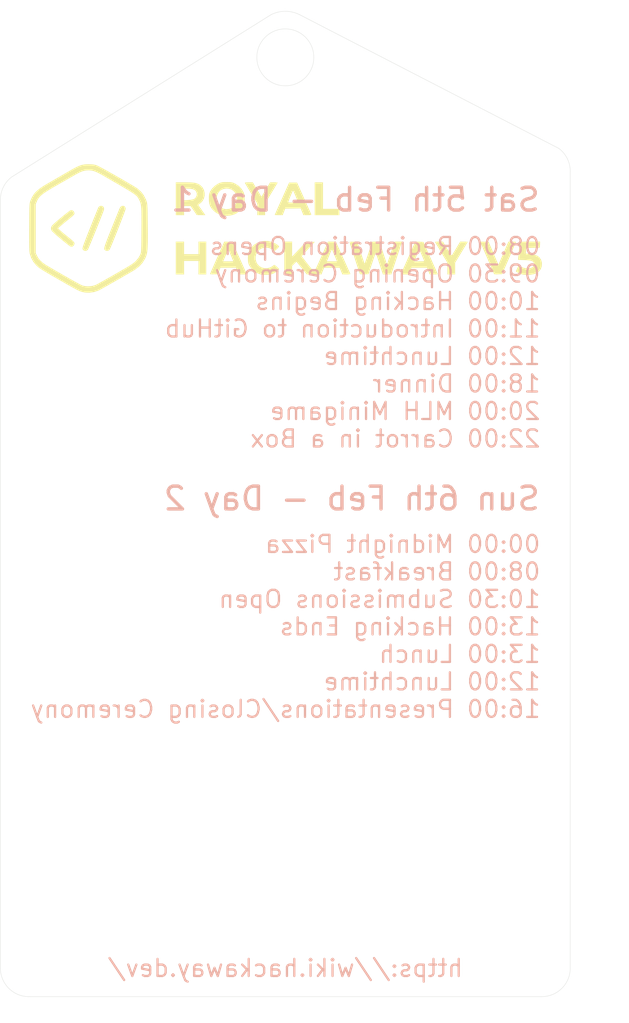
<source format=kicad_pcb>
(kicad_pcb (version 20171130) (host pcbnew "(5.1.9)-1")

  (general
    (thickness 1.6)
    (drawings 18)
    (tracks 0)
    (zones 0)
    (modules 1)
    (nets 1)
  )

  (page A4 portrait)
  (title_block
    (title "Royal Hackaway V5")
    (date 2021-02-09)
    (rev 0.0.1)
    (company "Computing Society, Royal Holloway, University of London")
    (comment 1 "This document is scratch and sniff enabled - Scratch [HERE] to smell!")
  )

  (layers
    (0 F.Cu signal)
    (31 B.Cu signal hide)
    (32 B.Adhes user hide)
    (33 F.Adhes user hide)
    (34 B.Paste user hide)
    (35 F.Paste user hide)
    (36 B.SilkS user hide)
    (37 F.SilkS user)
    (38 B.Mask user hide)
    (39 F.Mask user hide)
    (40 Dwgs.User user)
    (41 Cmts.User user hide)
    (42 Eco1.User user hide)
    (43 Eco2.User user hide)
    (44 Edge.Cuts user)
    (45 Margin user hide)
    (46 B.CrtYd user hide)
    (47 F.CrtYd user hide)
    (48 B.Fab user hide)
    (49 F.Fab user hide)
  )

  (setup
    (last_trace_width 0.25)
    (trace_clearance 0.2)
    (zone_clearance 0.508)
    (zone_45_only no)
    (trace_min 0.2)
    (via_size 0.8)
    (via_drill 0.4)
    (via_min_size 0.4)
    (via_min_drill 0.3)
    (uvia_size 0.3)
    (uvia_drill 0.1)
    (uvias_allowed no)
    (uvia_min_size 0.2)
    (uvia_min_drill 0.1)
    (edge_width 0.05)
    (segment_width 0.2)
    (pcb_text_width 0.3)
    (pcb_text_size 1.5 1.5)
    (mod_edge_width 0.12)
    (mod_text_size 1 1)
    (mod_text_width 0.15)
    (pad_size 1.524 1.524)
    (pad_drill 0.762)
    (pad_to_mask_clearance 0)
    (aux_axis_origin 0 0)
    (grid_origin 100 60)
    (visible_elements 7FFFFFFF)
    (pcbplotparams
      (layerselection 0x010fc_ffffffff)
      (usegerberextensions false)
      (usegerberattributes true)
      (usegerberadvancedattributes true)
      (creategerberjobfile true)
      (excludeedgelayer true)
      (linewidth 0.100000)
      (plotframeref false)
      (viasonmask false)
      (mode 1)
      (useauxorigin false)
      (hpglpennumber 1)
      (hpglpenspeed 20)
      (hpglpendiameter 15.000000)
      (psnegative false)
      (psa4output false)
      (plotreference true)
      (plotvalue true)
      (plotinvisibletext false)
      (padsonsilk false)
      (subtractmaskfromsilk false)
      (outputformat 4)
      (mirror false)
      (drillshape 0)
      (scaleselection 1)
      (outputdirectory "./"))
  )

  (net 0 "")

  (net_class Default "This is the default net class."
    (clearance 0.2)
    (trace_width 0.25)
    (via_dia 0.8)
    (via_drill 0.4)
    (uvia_dia 0.3)
    (uvia_drill 0.1)
  )

  (module hackaway:v5 (layer F.Cu) (tedit 0) (tstamp 616E12CD)
    (at 100 100)
    (fp_text reference G*** (at 0 0) (layer F.SilkS) hide
      (effects (font (size 1.524 1.524) (thickness 0.3)))
    )
    (fp_text value LOGO (at 0.75 0) (layer F.SilkS) hide
      (effects (font (size 1.524 1.524) (thickness 0.3)))
    )
    (fp_poly (pts (xy -34.050203 -11.205608) (xy -33.714137 -11.180933) (xy -33.439746 -11.131688) (xy -33.173306 -11.049819)
      (xy -33.02 -10.991656) (xy -32.828872 -10.902424) (xy -32.51176 -10.73835) (xy -32.088465 -10.510738)
      (xy -31.578787 -10.230891) (xy -31.002526 -9.910115) (xy -30.379481 -9.559711) (xy -29.729452 -9.190984)
      (xy -29.07224 -8.815239) (xy -28.427644 -8.443778) (xy -27.815463 -8.087906) (xy -27.255499 -7.758927)
      (xy -26.76755 -7.468144) (xy -26.371417 -7.226861) (xy -26.0869 -7.046382) (xy -25.973898 -6.969004)
      (xy -25.349433 -6.422183) (xy -24.851043 -5.777902) (xy -24.466551 -5.018989) (xy -24.334365 -4.656666)
      (xy -24.297214 -4.529523) (xy -24.266151 -4.38296) (xy -24.240461 -4.200533) (xy -24.219427 -3.965799)
      (xy -24.202331 -3.662312) (xy -24.188458 -3.273629) (xy -24.177092 -2.783306) (xy -24.167514 -2.174899)
      (xy -24.15901 -1.431962) (xy -24.150863 -0.538053) (xy -24.149904 -0.423333) (xy -24.142476 0.610303)
      (xy -24.139642 1.490917) (xy -24.142792 2.234786) (xy -24.15332 2.858192) (xy -24.172615 3.377414)
      (xy -24.202071 3.808731) (xy -24.243079 4.168423) (xy -24.29703 4.472771) (xy -24.365316 4.738054)
      (xy -24.44933 4.980551) (xy -24.550462 5.216542) (xy -24.649567 5.42147) (xy -25.078074 6.111796)
      (xy -25.636814 6.721746) (xy -26.339629 7.265524) (xy -26.61539 7.438768) (xy -27.027808 7.683121)
      (xy -27.521462 7.97221) (xy -28.077201 8.295118) (xy -28.675871 8.640931) (xy -29.298319 8.998731)
      (xy -29.925392 9.357603) (xy -30.537937 9.706631) (xy -31.116802 10.034898) (xy -31.642833 10.331489)
      (xy -32.096878 10.585487) (xy -32.459783 10.785977) (xy -32.712397 10.922042) (xy -32.828756 10.980033)
      (xy -33.585568 11.22279) (xy -34.372224 11.333457) (xy -35.143024 11.308188) (xy -35.621425 11.215028)
      (xy -35.80204 11.162241) (xy -35.988439 11.096887) (xy -36.196997 11.010463) (xy -36.444085 10.894467)
      (xy -36.746077 10.740398) (xy -37.119346 10.539753) (xy -37.580264 10.28403) (xy -38.145204 9.964727)
      (xy -38.83054 9.573342) (xy -39.285334 9.31244) (xy -40.134186 8.824625) (xy -40.849747 8.41223)
      (xy -41.445749 8.06667) (xy -41.935926 7.779355) (xy -42.334012 7.5417) (xy -42.65374 7.345118)
      (xy -42.908843 7.18102) (xy -43.113055 7.04082) (xy -43.28011 6.915932) (xy -43.423741 6.797767)
      (xy -43.557682 6.677739) (xy -43.672916 6.569035) (xy -44.198392 5.952813) (xy -44.597202 5.240819)
      (xy -44.850404 4.467935) (xy -44.872492 4.360334) (xy -44.898165 4.14622) (xy -44.918476 3.797716)
      (xy -44.933512 3.309084) (xy -44.943359 2.674586) (xy -44.948104 1.888481) (xy -44.947834 0.945033)
      (xy -44.942634 -0.161497) (xy -44.942029 -0.254) (xy -44.935659 -1.193285) (xy -44.929622 -1.979017)
      (xy -44.923134 -2.626974) (xy -44.915406 -3.152931) (xy -44.905654 -3.572665) (xy -44.893091 -3.901954)
      (xy -44.87693 -4.156575) (xy -44.873317 -4.191) (xy -43.815 -4.191) (xy -43.815 4.360334)
      (xy -43.589753 4.840829) (xy -43.347751 5.2738) (xy -43.039254 5.661772) (xy -42.638376 6.029481)
      (xy -42.119232 6.401663) (xy -41.660072 6.684889) (xy -40.811971 7.181659) (xy -39.979587 7.665119)
      (xy -39.177334 8.127171) (xy -38.419623 8.559714) (xy -37.720868 8.954651) (xy -37.095481 9.303881)
      (xy -36.557876 9.599305) (xy -36.122465 9.832825) (xy -35.803662 9.99634) (xy -35.615879 10.081752)
      (xy -35.613965 10.082459) (xy -35.110251 10.200168) (xy -34.530802 10.229661) (xy -33.942564 10.17391)
      (xy -33.412484 10.03589) (xy -33.274 9.978514) (xy -33.099459 9.889725) (xy -32.796808 9.726489)
      (xy -32.384522 9.499141) (xy -31.881073 9.218014) (xy -31.304933 8.893441) (xy -30.674576 8.535757)
      (xy -30.008474 8.155295) (xy -29.760334 8.012933) (xy -28.991728 7.570349) (xy -28.355103 7.200693)
      (xy -27.834827 6.893929) (xy -27.415264 6.640021) (xy -27.080781 6.428931) (xy -26.815742 6.250624)
      (xy -26.604513 6.095063) (xy -26.431461 5.952211) (xy -26.280949 5.812033) (xy -26.192743 5.722736)
      (xy -25.762347 5.208426) (xy -25.485376 4.715261) (xy -25.473861 4.687168) (xy -25.426892 4.567074)
      (xy -25.387826 4.450837) (xy -25.355808 4.322069) (xy -25.329982 4.164385) (xy -25.309492 3.961395)
      (xy -25.293483 3.696714) (xy -25.281099 3.353953) (xy -25.271485 2.916725) (xy -25.263784 2.368643)
      (xy -25.257141 1.69332) (xy -25.2507 0.874368) (xy -25.246803 0.338667) (xy -25.240473 -0.65658)
      (xy -25.237881 -1.49875) (xy -25.240326 -2.204081) (xy -25.249111 -2.788812) (xy -25.265537 -3.269181)
      (xy -25.290906 -3.661426) (xy -25.326519 -3.981787) (xy -25.373677 -4.246502) (xy -25.433683 -4.471809)
      (xy -25.507836 -4.673947) (xy -25.59744 -4.869154) (xy -25.67648 -5.022505) (xy -25.756674 -5.173376)
      (xy -25.833192 -5.308468) (xy -25.916329 -5.434693) (xy -26.016382 -5.558961) (xy -26.143646 -5.688182)
      (xy -26.308419 -5.829269) (xy -26.520995 -5.98913) (xy -26.791672 -6.174677) (xy -27.130746 -6.392821)
      (xy -27.548512 -6.650472) (xy -28.055267 -6.954542) (xy -28.661307 -7.31194) (xy -29.376928 -7.729578)
      (xy -30.212427 -8.214366) (xy -31.1781 -8.773215) (xy -31.803766 -9.135089) (xy -32.419319 -9.482716)
      (xy -32.923487 -9.745279) (xy -33.34457 -9.933432) (xy -33.710868 -10.057826) (xy -34.050682 -10.129117)
      (xy -34.392313 -10.157956) (xy -34.526518 -10.16) (xy -34.9459 -10.141133) (xy -35.334486 -10.075889)
      (xy -35.731071 -9.951302) (xy -36.174453 -9.75441) (xy -36.703429 -9.472245) (xy -36.872334 -9.376095)
      (xy -37.1897 -9.193789) (xy -37.625414 -8.943787) (xy -38.150851 -8.642498) (xy -38.737389 -8.30633)
      (xy -39.356403 -7.951692) (xy -39.979271 -7.59499) (xy -40.089667 -7.531786) (xy -40.880956 -7.073606)
      (xy -41.536635 -6.68039) (xy -42.071838 -6.339964) (xy -42.501699 -6.040152) (xy -42.84135 -5.768779)
      (xy -43.105924 -5.51367) (xy -43.310555 -5.26265) (xy -43.470377 -5.003544) (xy -43.600521 -4.724177)
      (xy -43.610743 -4.699) (xy -43.815 -4.191) (xy -44.873317 -4.191) (xy -44.856385 -4.352303)
      (xy -44.83067 -4.504916) (xy -44.798998 -4.630191) (xy -44.760583 -4.743904) (xy -44.71464 -4.861832)
      (xy -44.712046 -4.868333) (xy -44.479364 -5.386573) (xy -44.211255 -5.842493) (xy -43.887075 -6.256335)
      (xy -43.486178 -6.648341) (xy -42.98792 -7.038753) (xy -42.371657 -7.447813) (xy -41.635061 -7.885305)
      (xy -41.144096 -8.16682) (xy -40.551531 -8.508195) (xy -39.90187 -8.883694) (xy -39.239619 -9.26758)
      (xy -38.609284 -9.634117) (xy -38.411165 -9.749621) (xy -37.712835 -10.153334) (xy -37.134635 -10.476221)
      (xy -36.653032 -10.727096) (xy -36.244494 -10.914771) (xy -35.88549 -11.04806) (xy -35.552487 -11.135775)
      (xy -35.221952 -11.18673) (xy -34.870355 -11.209737) (xy -34.501667 -11.213766) (xy -34.050203 -11.205608)) (layer F.SilkS) (width 0.01))
    (fp_poly (pts (xy -3.009009 2.273891) (xy -2.340919 2.429114) (xy -1.702874 2.722879) (xy -1.375834 2.943265)
      (xy -1.202666 3.093509) (xy -1.10718 3.212113) (xy -1.100667 3.234799) (xy -1.15911 3.330493)
      (xy -1.311343 3.497998) (xy -1.496187 3.67492) (xy -1.891707 4.033007) (xy -2.297115 3.760188)
      (xy -2.796506 3.508247) (xy -3.292715 3.40764) (xy -3.768313 3.441511) (xy -4.205872 3.593003)
      (xy -4.587964 3.845261) (xy -4.89716 4.181426) (xy -5.116033 4.584644) (xy -5.227154 5.038056)
      (xy -5.213095 5.524808) (xy -5.056428 6.028042) (xy -4.913036 6.290296) (xy -4.589409 6.65267)
      (xy -4.172002 6.901315) (xy -3.695757 7.03252) (xy -3.195617 7.042573) (xy -2.706527 6.927765)
      (xy -2.263428 6.684383) (xy -2.143279 6.584454) (xy -2.011788 6.475968) (xy -1.911263 6.465495)
      (xy -1.765808 6.553325) (xy -1.719946 6.58608) (xy -1.484833 6.777041) (xy -1.275873 6.977293)
      (xy -1.070079 7.197807) (xy -1.315626 7.454103) (xy -1.532752 7.636403) (xy -1.827231 7.829899)
      (xy -2.026598 7.938111) (xy -2.28751 8.052523) (xy -2.538168 8.124148) (xy -2.835967 8.164127)
      (xy -3.2383 8.183601) (xy -3.299179 8.185158) (xy -3.684181 8.186783) (xy -4.033063 8.174808)
      (xy -4.29172 8.151633) (xy -4.365381 8.137904) (xy -4.941935 7.910798) (xy -5.487935 7.550063)
      (xy -5.961227 7.091003) (xy -6.319655 6.568924) (xy -6.377092 6.453059) (xy -6.471713 6.210217)
      (xy -6.528528 5.949593) (xy -6.555705 5.617903) (xy -6.561604 5.249334) (xy -6.554798 4.837487)
      (xy -6.527753 4.537816) (xy -6.470641 4.293483) (xy -6.373635 4.047652) (xy -6.342014 3.979334)
      (xy -5.983586 3.405526) (xy -5.515221 2.941056) (xy -4.960251 2.590791) (xy -4.342005 2.359596)
      (xy -3.683815 2.25234) (xy -3.009009 2.273891)) (layer F.SilkS) (width 0.01))
    (fp_poly (pts (xy 44.686873 2.899834) (xy 44.661666 3.429) (xy 43.462571 3.452446) (xy 42.263477 3.475892)
      (xy 42.206333 4.465536) (xy 42.91872 4.515627) (xy 43.60715 4.619185) (xy 44.162516 4.822847)
      (xy 44.583009 5.125223) (xy 44.866816 5.524922) (xy 45.01213 6.020552) (xy 45.024654 6.133942)
      (xy 45.000335 6.704611) (xy 44.83212 7.194267) (xy 44.528565 7.595599) (xy 44.098223 7.901297)
      (xy 43.549652 8.10405) (xy 42.891406 8.196548) (xy 42.605323 8.201137) (xy 42.241783 8.191571)
      (xy 41.921091 8.176224) (xy 41.697804 8.157923) (xy 41.656 8.151934) (xy 41.449386 8.094776)
      (xy 41.185916 7.995337) (xy 40.911232 7.874655) (xy 40.67098 7.753766) (xy 40.510805 7.653709)
      (xy 40.470666 7.605623) (xy 40.504901 7.505351) (xy 40.590714 7.307908) (xy 40.702769 7.066983)
      (xy 40.815731 6.836263) (xy 40.904263 6.669436) (xy 40.934213 6.623361) (xy 41.014784 6.643549)
      (xy 41.203552 6.719339) (xy 41.406085 6.809816) (xy 41.754977 6.942556) (xy 42.13523 7.045192)
      (xy 42.310837 7.075809) (xy 42.762607 7.08259) (xy 43.144385 6.993529) (xy 43.43513 6.824344)
      (xy 43.613799 6.590752) (xy 43.65935 6.30847) (xy 43.607882 6.106983) (xy 43.511709 5.939332)
      (xy 43.365421 5.815164) (xy 43.143885 5.726916) (xy 42.821966 5.667023) (xy 42.374532 5.627918)
      (xy 41.950075 5.608) (xy 40.847151 5.567193) (xy 40.991824 4.03243) (xy 41.038294 3.539327)
      (xy 41.079209 3.104921) (xy 41.11194 2.757138) (xy 41.13386 2.523904) (xy 41.142249 2.434167)
      (xy 41.224558 2.415322) (xy 41.451383 2.398701) (xy 41.79791 2.385184) (xy 42.239326 2.375652)
      (xy 42.75082 2.370988) (xy 42.93004 2.370667) (xy 44.71208 2.370667) (xy 44.686873 2.899834)) (layer F.SilkS) (width 0.01))
    (fp_poly (pts (xy -17.78 4.572) (xy -15.24 4.572) (xy -15.24 2.370667) (xy -13.885334 2.370667)
      (xy -13.885334 8.128) (xy -15.24 8.128) (xy -15.24 5.757334) (xy -17.78 5.757334)
      (xy -17.78 8.128) (xy -19.219334 8.128) (xy -19.219334 2.370667) (xy -17.78 2.370667)
      (xy -17.78 4.572)) (layer F.SilkS) (width 0.01))
    (fp_poly (pts (xy -10.003264 2.391692) (xy -9.296194 2.413) (xy -8.034764 5.236881) (xy -7.747019 5.881925)
      (xy -7.482331 6.476994) (xy -7.248373 7.004705) (xy -7.05282 7.44767) (xy -6.903348 7.788506)
      (xy -6.80763 8.009828) (xy -6.773341 8.094249) (xy -6.773334 8.094381) (xy -6.851455 8.109705)
      (xy -7.059655 8.121368) (xy -7.358688 8.127504) (xy -7.479539 8.128) (xy -8.185745 8.128)
      (xy -8.424334 7.535334) (xy -8.662923 6.942667) (xy -11.388979 6.942667) (xy -11.829903 8.085667)
      (xy -12.525841 8.110369) (xy -12.876852 8.117383) (xy -13.086505 8.105357) (xy -13.182083 8.070562)
      (xy -13.193723 8.019078) (xy -13.153892 7.917123) (xy -13.053097 7.678792) (xy -12.899307 7.322377)
      (xy -12.700491 6.86617) (xy -12.464618 6.328462) (xy -12.250124 5.842) (xy -10.911521 5.842)
      (xy -10.027761 5.842) (xy -9.663973 5.83934) (xy -9.372897 5.832149) (xy -9.189617 5.821612)
      (xy -9.144 5.812174) (xy -9.174552 5.726855) (xy -9.257472 5.517926) (xy -9.37966 5.217943)
      (xy -9.510295 4.902007) (xy -9.664492 4.530388) (xy -9.799423 4.203321) (xy -9.898768 3.960479)
      (xy -9.942108 3.852334) (xy -10.007628 3.683) (xy -10.07571 3.852334) (xy -10.134879 3.995778)
      (xy -10.243794 4.256579) (xy -10.386288 4.596118) (xy -10.527657 4.931834) (xy -10.911521 5.842)
      (xy -12.250124 5.842) (xy -12.199658 5.727546) (xy -11.938 5.136734) (xy -10.710334 2.370383)
      (xy -10.003264 2.391692)) (layer F.SilkS) (width 0.01))
    (fp_poly (pts (xy 5.16154 2.413) (xy 4.022822 3.640667) (xy 3.673801 4.019552) (xy 3.367766 4.356739)
      (xy 3.122245 4.632508) (xy 2.954764 4.827137) (xy 2.882849 4.920904) (xy 2.881386 4.925091)
      (xy 2.93065 5.006651) (xy 3.067512 5.195187) (xy 3.272708 5.466318) (xy 3.526976 5.795665)
      (xy 3.811052 6.158846) (xy 4.105674 6.531481) (xy 4.391579 6.889189) (xy 4.649502 7.20759)
      (xy 4.860183 7.462304) (xy 5.004356 7.628949) (xy 5.06064 7.683299) (xy 5.108102 7.613714)
      (xy 5.21514 7.406495) (xy 5.373519 7.079175) (xy 5.575002 6.649284) (xy 5.811355 6.134352)
      (xy 5.943359 5.842) (xy 7.27906 5.842) (xy 9.056862 5.842) (xy 8.895534 5.439834)
      (xy 8.729618 5.030477) (xy 8.564568 4.630619) (xy 8.413587 4.271431) (xy 8.289879 3.984083)
      (xy 8.206646 3.799748) (xy 8.178981 3.748093) (xy 8.136785 3.807633) (xy 8.048036 3.992378)
      (xy 7.927776 4.2698) (xy 7.848673 4.462435) (xy 7.699082 4.831779) (xy 7.556795 5.179966)
      (xy 7.444992 5.450382) (xy 7.413824 5.5245) (xy 7.27906 5.842) (xy 5.943359 5.842)
      (xy 6.074343 5.55191) (xy 6.303543 5.037466) (xy 7.484754 2.370667) (xy 8.86875 2.370667)
      (xy 10.128208 5.177613) (xy 10.417454 5.822489) (xy 10.684835 6.419069) (xy 10.922415 6.949609)
      (xy 11.122256 7.396367) (xy 11.276422 7.7416) (xy 11.376977 7.967567) (xy 11.415888 8.05628)
      (xy 11.351111 8.088624) (xy 11.153971 8.113389) (xy 10.861395 8.126727) (xy 10.727502 8.128)
      (xy 10.010893 8.128) (xy 9.767946 7.535609) (xy 9.525 6.943218) (xy 8.162542 6.942942)
      (xy 6.800085 6.942667) (xy 6.56756 7.535334) (xy 6.335036 8.128) (xy 3.767666 8.125692)
      (xy 3.005666 7.187529) (xy 2.718804 6.833978) (xy 2.459678 6.513928) (xy 2.252294 6.257081)
      (xy 2.120662 6.093136) (xy 2.0998 6.06685) (xy 1.955935 5.884334) (xy 1.570634 6.261795)
      (xy 1.185333 6.639257) (xy 1.185333 8.128) (xy -0.169334 8.128) (xy -0.169334 2.370667)
      (xy 1.185333 2.370667) (xy 1.185333 4.995919) (xy 2.057233 4.08546) (xy 2.403013 3.723511)
      (xy 2.742109 3.367015) (xy 3.04057 3.051766) (xy 3.264444 2.81356) (xy 3.306066 2.768854)
      (xy 3.683 2.362708) (xy 5.16154 2.413)) (layer F.SilkS) (width 0.01))
    (fp_poly (pts (xy 16.2496 2.373105) (xy 16.450552 2.388587) (xy 16.557526 2.429363) (xy 16.608202 2.507685)
      (xy 16.633056 2.6035) (xy 16.67405 2.750878) (xy 16.759513 3.031956) (xy 16.880918 3.41961)
      (xy 17.029737 3.886713) (xy 17.197444 4.40614) (xy 17.26332 4.60844) (xy 17.841739 6.380546)
      (xy 18.50802 4.375607) (xy 19.1743 2.370667) (xy 20.471936 2.370667) (xy 20.02992 3.7465)
      (xy 19.844092 4.321541) (xy 19.626285 4.990201) (xy 19.398395 5.685565) (xy 19.18232 6.340718)
      (xy 19.08793 6.625167) (xy 18.587956 8.128) (xy 17.129459 8.128) (xy 16.496843 6.201834)
      (xy 15.864227 4.275667) (xy 15.227781 6.180667) (xy 14.591334 8.085667) (xy 13.864305 8.110028)
      (xy 13.531229 8.113791) (xy 13.268194 8.102863) (xy 13.116705 8.079536) (xy 13.096895 8.067695)
      (xy 13.059734 7.970389) (xy 12.978524 7.735451) (xy 12.860663 7.385574) (xy 12.713549 6.943447)
      (xy 12.544582 6.431763) (xy 12.36116 5.873212) (xy 12.170682 5.290486) (xy 11.980546 4.706277)
      (xy 11.798152 4.143275) (xy 11.630898 3.624172) (xy 11.486183 3.171659) (xy 11.371405 2.808428)
      (xy 11.293963 2.55717) (xy 11.261256 2.440575) (xy 11.260666 2.436114) (xy 11.3386 2.405669)
      (xy 11.546054 2.387864) (xy 11.843506 2.385422) (xy 11.953521 2.388409) (xy 12.646377 2.413)
      (xy 13.248074 4.275667) (xy 13.421516 4.811969) (xy 13.578834 5.297241) (xy 13.71215 5.707278)
      (xy 13.813587 6.017878) (xy 13.875268 6.204835) (xy 13.889395 6.246194) (xy 13.925489 6.199627)
      (xy 14.006274 6.012115) (xy 14.124247 5.703807) (xy 14.271908 5.294848) (xy 14.441753 4.805383)
      (xy 14.590897 4.362361) (xy 15.252776 2.370667) (xy 15.916994 2.370667) (xy 16.2496 2.373105)) (layer F.SilkS) (width 0.01))
    (fp_poly (pts (xy 23.519304 2.390273) (xy 24.220941 2.413) (xy 25.487804 5.244506) (xy 25.776304 5.890006)
      (xy 26.041743 6.485224) (xy 26.276453 7.012868) (xy 26.472765 7.455641) (xy 26.623012 7.796248)
      (xy 26.719527 8.017395) (xy 26.754641 8.101787) (xy 26.754666 8.102006) (xy 26.676516 8.113809)
      (xy 26.468119 8.122813) (xy 26.168557 8.127589) (xy 26.042481 8.128) (xy 25.330297 8.128)
      (xy 25.097772 7.535334) (xy 24.865247 6.942667) (xy 23.50279 6.942942) (xy 22.140333 6.943218)
      (xy 21.897386 7.535609) (xy 21.65444 8.128) (xy 20.255977 8.128) (xy 21.272566 5.842)
      (xy 22.61569 5.842) (xy 23.508903 5.842) (xy 23.923231 5.837143) (xy 24.18939 5.820832)
      (xy 24.328313 5.79046) (xy 24.360932 5.74342) (xy 24.358548 5.736167) (xy 24.148103 5.229073)
      (xy 23.950849 4.761363) (xy 23.77678 4.356027) (xy 23.635894 4.036058) (xy 23.538187 3.824445)
      (xy 23.493655 3.744182) (xy 23.492492 3.744286) (xy 23.454227 3.82682) (xy 23.364283 4.03633)
      (xy 23.23523 4.343121) (xy 23.079637 4.717498) (xy 23.043567 4.804834) (xy 22.61569 5.842)
      (xy 21.272566 5.842) (xy 21.536821 5.247773) (xy 22.817666 2.367545) (xy 23.519304 2.390273)) (layer F.SilkS) (width 0.01))
    (fp_poly (pts (xy 28.39957 3.600176) (xy 28.645354 4.002118) (xy 28.864372 4.344008) (xy 29.041176 4.603016)
      (xy 29.160316 4.756315) (xy 29.203293 4.787812) (xy 29.267511 4.704276) (xy 29.401607 4.500173)
      (xy 29.589562 4.200867) (xy 29.815362 3.831723) (xy 29.979638 3.558303) (xy 30.688231 2.370667)
      (xy 31.346115 2.370667) (xy 31.655668 2.375268) (xy 31.886935 2.387471) (xy 31.999258 2.404873)
      (xy 32.004 2.409535) (xy 31.961849 2.489534) (xy 31.843281 2.694175) (xy 31.660123 3.003579)
      (xy 31.424201 3.397864) (xy 31.147344 3.857151) (xy 30.903333 4.259667) (xy 29.802666 6.070932)
      (xy 29.802666 8.128) (xy 28.448 8.128) (xy 28.448 6.079717) (xy 27.376784 4.288692)
      (xy 27.079558 3.791513) (xy 26.811217 3.34221) (xy 26.583998 2.96131) (xy 26.410138 2.669337)
      (xy 26.301874 2.486816) (xy 26.27112 2.434167) (xy 26.332917 2.405497) (xy 26.527451 2.38356)
      (xy 26.818163 2.371774) (xy 26.950135 2.370667) (xy 27.663598 2.370667) (xy 28.39957 3.600176)) (layer F.SilkS) (width 0.01))
    (fp_poly (pts (xy 40.123278 2.378199) (xy 40.353431 2.398166) (xy 40.464408 2.426636) (xy 40.468809 2.434167)
      (xy 40.435806 2.523876) (xy 40.342733 2.75097) (xy 40.197171 3.097599) (xy 40.006701 3.545917)
      (xy 39.778905 4.078075) (xy 39.521364 4.676224) (xy 39.255042 5.291667) (xy 38.043132 8.085667)
      (xy 37.35111 8.11027) (xy 37.008235 8.119339) (xy 36.796456 8.11101) (xy 36.677778 8.076895)
      (xy 36.614203 8.008607) (xy 36.584049 7.940937) (xy 36.533131 7.818416) (xy 36.423348 7.560443)
      (xy 36.26325 7.186901) (xy 36.061385 6.717672) (xy 35.826305 6.172641) (xy 35.566556 5.571691)
      (xy 35.390344 5.164667) (xy 35.121108 4.542907) (xy 34.87256 3.968432) (xy 34.652932 3.460312)
      (xy 34.47046 3.037616) (xy 34.333376 2.719413) (xy 34.249916 2.524773) (xy 34.228124 2.473052)
      (xy 34.242964 2.420194) (xy 34.355853 2.390636) (xy 34.591056 2.381462) (xy 34.932365 2.388386)
      (xy 35.680161 2.413) (xy 36.537627 4.431136) (xy 37.395094 6.449273) (xy 38.276713 4.409972)
      (xy 39.158333 2.370672) (xy 39.8145 2.370669) (xy 40.123278 2.378199)) (layer F.SilkS) (width 0.01))
    (fp_poly (pts (xy -9.865063 -8.082581) (xy -9.564529 -8.067172) (xy -9.333934 -8.030214) (xy -9.123594 -7.962479)
      (xy -8.883828 -7.854739) (xy -8.786844 -7.807389) (xy -8.179525 -7.416404) (xy -7.683744 -6.900866)
      (xy -7.356816 -6.368318) (xy -7.258536 -6.133943) (xy -7.198538 -5.889531) (xy -7.16805 -5.581883)
      (xy -7.158331 -5.164666) (xy -7.162081 -4.763234) (xy -7.184861 -4.474564) (xy -7.23686 -4.242317)
      (xy -7.328266 -4.010155) (xy -7.390912 -3.878572) (xy -7.682951 -3.421057) (xy -8.078798 -2.990518)
      (xy -8.529719 -2.632211) (xy -8.986977 -2.391393) (xy -8.996117 -2.387988) (xy -9.581981 -2.234287)
      (xy -10.229487 -2.166962) (xy -10.84973 -2.194874) (xy -10.884344 -2.199802) (xy -11.536239 -2.372291)
      (xy -12.131062 -2.692741) (xy -12.564395 -3.047349) (xy -12.939245 -3.45088) (xy -13.193222 -3.856706)
      (xy -13.344518 -4.30991) (xy -13.411321 -4.855576) (xy -13.415031 -5.010637) (xy -12.059013 -5.010637)
      (xy -11.970319 -4.528783) (xy -11.770419 -4.09138) (xy -11.458282 -3.73372) (xy -11.409615 -3.695081)
      (xy -10.925575 -3.42803) (xy -10.396527 -3.322557) (xy -9.834896 -3.380946) (xy -9.779 -3.395453)
      (xy -9.310017 -3.604221) (xy -8.93767 -3.931499) (xy -8.673149 -4.349605) (xy -8.527642 -4.830857)
      (xy -8.512335 -5.347572) (xy -8.638418 -5.872069) (xy -8.71097 -6.038086) (xy -8.999043 -6.447754)
      (xy -9.389134 -6.744829) (xy -9.850464 -6.921785) (xy -10.352256 -6.971094) (xy -10.863731 -6.885231)
      (xy -11.322389 -6.676684) (xy -11.66819 -6.369965) (xy -11.906916 -5.966522) (xy -12.037535 -5.501648)
      (xy -12.059013 -5.010637) (xy -13.415031 -5.010637) (xy -13.418718 -5.164666) (xy -13.413214 -5.568127)
      (xy -13.388716 -5.858919) (xy -13.334938 -6.09348) (xy -13.241595 -6.328251) (xy -13.185101 -6.446647)
      (xy -12.834413 -6.982327) (xy -12.353906 -7.451998) (xy -11.780196 -7.820827) (xy -11.69883 -7.860419)
      (xy -11.463513 -7.962443) (xy -11.248758 -8.028262) (xy -11.006141 -8.065591) (xy -10.687235 -8.082148)
      (xy -10.28522 -8.085666) (xy -9.865063 -8.082581)) (layer F.SilkS) (width 0.01))
    (fp_poly (pts (xy -16.9833 -8.037268) (xy -16.439342 -8.015649) (xy -16.008587 -7.973344) (xy -15.663134 -7.90522)
      (xy -15.375076 -7.806144) (xy -15.116511 -7.670983) (xy -14.917489 -7.537303) (xy -14.548814 -7.172486)
      (xy -14.299358 -6.72074) (xy -14.171532 -6.217124) (xy -14.167747 -5.696696) (xy -14.290415 -5.194516)
      (xy -14.541946 -4.745643) (xy -14.712458 -4.556265) (xy -14.925976 -4.365137) (xy -15.112992 -4.218209)
      (xy -15.179987 -4.175517) (xy -15.278037 -4.109334) (xy -15.271755 -4.027862) (xy -15.174647 -3.88935)
      (xy -15.058619 -3.731114) (xy -14.876148 -3.475887) (xy -14.657261 -3.16584) (xy -14.530329 -2.9845)
      (xy -14.043004 -2.286) (xy -14.789669 -2.288555) (xy -15.536334 -2.291109) (xy -16.080517 -3.092888)
      (xy -16.624701 -3.894666) (xy -17.78 -3.894666) (xy -17.78 -2.286) (xy -19.219334 -2.286)
      (xy -19.219334 -6.942666) (xy -17.78 -6.942666) (xy -17.78 -4.885602) (xy -17.025348 -4.934493)
      (xy -16.607134 -4.976562) (xy -16.252782 -5.04041) (xy -16.013317 -5.116681) (xy -16.002679 -5.121983)
      (xy -15.74181 -5.344105) (xy -15.57352 -5.661835) (xy -15.525834 -6.01423) (xy -15.540956 -6.125937)
      (xy -15.670295 -6.459132) (xy -15.905389 -6.699531) (xy -16.260172 -6.854431) (xy -16.748575 -6.931133)
      (xy -17.099948 -6.942666) (xy -17.78 -6.942666) (xy -19.219334 -6.942666) (xy -19.219334 -8.043333)
      (xy -17.668368 -8.043333) (xy -16.9833 -8.037268)) (layer F.SilkS) (width 0.01))
    (fp_poly (pts (xy -5.142233 -7.090833) (xy -4.909024 -6.700682) (xy -4.689086 -6.333633) (xy -4.506514 -6.029837)
      (xy -4.3854 -5.82945) (xy -4.381603 -5.823215) (xy -4.189586 -5.508097) (xy -3.428293 -6.774473)
      (xy -2.667 -8.040848) (xy -2.010834 -8.042091) (xy -1.701733 -8.037807) (xy -1.470967 -8.025335)
      (xy -1.359246 -8.007142) (xy -1.354667 -8.002308) (xy -1.396738 -7.921658) (xy -1.51509 -7.716284)
      (xy -1.69793 -7.406088) (xy -1.933466 -7.010972) (xy -2.209903 -6.550837) (xy -2.455334 -6.144745)
      (xy -3.556 -4.328207) (xy -3.556 -2.286) (xy -4.910667 -2.286) (xy -4.910667 -4.2881)
      (xy -5.979669 -6.059593) (xy -6.278382 -6.556132) (xy -6.548266 -7.007663) (xy -6.776799 -7.392996)
      (xy -6.951456 -7.690942) (xy -7.059715 -7.880313) (xy -7.089394 -7.93721) (xy -7.06618 -7.991726)
      (xy -6.931167 -8.025136) (xy -6.662538 -8.040902) (xy -6.420481 -8.043333) (xy -5.710846 -8.043333)
      (xy -5.142233 -7.090833)) (layer F.SilkS) (width 0.01))
    (fp_poly (pts (xy 3.273013 -5.291666) (xy 3.558244 -4.654389) (xy 3.822372 -4.062046) (xy 4.057115 -3.533383)
      (xy 4.25419 -3.087146) (xy 4.405314 -2.742081) (xy 4.502205 -2.516932) (xy 4.53563 -2.434166)
      (xy 4.542881 -2.361521) (xy 4.48682 -2.317328) (xy 4.336978 -2.294724) (xy 4.062888 -2.286844)
      (xy 3.879205 -2.286275) (xy 3.175 -2.286551) (xy 2.687424 -3.475423) (xy 1.332154 -3.452211)
      (xy -0.023116 -3.429) (xy -0.243736 -2.8575) (xy -0.464355 -2.286) (xy -1.163511 -2.286)
      (xy -1.483627 -2.289012) (xy -1.72667 -2.297035) (xy -1.853198 -2.308546) (xy -1.862667 -2.31297)
      (xy -1.829309 -2.393678) (xy -1.734349 -2.611596) (xy -1.585455 -2.949417) (xy -1.390297 -3.389837)
      (xy -1.156543 -3.915548) (xy -0.891863 -4.509244) (xy -0.87328 -4.550833) (xy 0.506035 -4.550833)
      (xy 0.584359 -4.518881) (xy 0.78791 -4.498167) (xy 1.073061 -4.488172) (xy 1.396183 -4.488376)
      (xy 1.713649 -4.498261) (xy 1.98183 -4.517305) (xy 2.157099 -4.544991) (xy 2.201333 -4.571022)
      (xy 2.170782 -4.683703) (xy 2.089139 -4.907733) (xy 1.971416 -5.207279) (xy 1.832629 -5.546509)
      (xy 1.68779 -5.88959) (xy 1.551913 -6.20069) (xy 1.440012 -6.443975) (xy 1.3671 -6.583614)
      (xy 1.349786 -6.603376) (xy 1.304618 -6.530562) (xy 1.213206 -6.335485) (xy 1.090238 -6.053874)
      (xy 0.950401 -5.721458) (xy 0.808382 -5.373966) (xy 0.678869 -5.047126) (xy 0.576548 -4.776666)
      (xy 0.516107 -4.598317) (xy 0.506035 -4.550833) (xy -0.87328 -4.550833) (xy -0.603925 -5.15362)
      (xy -0.596388 -5.17047) (xy 0.669892 -8.001) (xy 2.058178 -8.001) (xy 3.273013 -5.291666)) (layer F.SilkS) (width 0.01))
    (fp_poly (pts (xy 6.604 -3.386666) (xy 9.482666 -3.386666) (xy 9.482666 -2.286) (xy 5.164666 -2.286)
      (xy 5.164666 -8.043333) (xy 6.604 -8.043333) (xy 6.604 -3.386666)) (layer F.SilkS) (width 0.01))
    (fp_poly (pts (xy -32.134271 -3.89591) (xy -31.913571 -3.730925) (xy -31.812767 -3.47434) (xy -31.836044 -3.218114)
      (xy -31.897258 -3.038893) (xy -32.011252 -2.732946) (xy -32.170052 -2.320004) (xy -32.365683 -1.819798)
      (xy -32.590169 -1.252059) (xy -32.835536 -0.636516) (xy -33.093808 0.0071) (xy -33.357011 0.659058)
      (xy -33.61717 1.299628) (xy -33.866309 1.90908) (xy -34.096453 2.467682) (xy -34.299628 2.955705)
      (xy -34.467859 3.353418) (xy -34.59317 3.64109) (xy -34.667586 3.798991) (xy -34.681467 3.821565)
      (xy -34.929472 3.988138) (xy -35.219388 3.990992) (xy -35.28868 3.969171) (xy -35.468179 3.84008)
      (xy -35.570551 3.693656) (xy -35.58691 3.628712) (xy -35.583611 3.532415) (xy -35.555778 3.390843)
      (xy -35.498533 3.190075) (xy -35.406998 2.916191) (xy -35.276296 2.555268) (xy -35.10155 2.093387)
      (xy -34.877883 1.516625) (xy -34.600417 0.811061) (xy -34.264275 -0.037225) (xy -34.257089 -0.055318)
      (xy -33.964978 -0.789317) (xy -33.690607 -1.476015) (xy -33.440554 -2.099145) (xy -33.221398 -2.642437)
      (xy -33.039716 -3.089624) (xy -32.902088 -3.424437) (xy -32.815092 -3.630608) (xy -32.786727 -3.691492)
      (xy -32.575063 -3.86825) (xy -32.29972 -3.927583) (xy -32.134271 -3.89591)) (layer F.SilkS) (width 0.01))
    (fp_poly (pts (xy -28.392747 -3.909465) (xy -28.185229 -3.794841) (xy -28.052319 -3.577808) (xy -28.025964 -3.397726)
      (xy -28.05644 -3.276445) (xy -28.143239 -3.018342) (xy -28.278516 -2.6433) (xy -28.454426 -2.171203)
      (xy -28.663126 -1.621932) (xy -28.896772 -1.015372) (xy -29.147519 -0.371406) (xy -29.407524 0.290085)
      (xy -29.668942 0.949215) (xy -29.923929 1.586103) (xy -30.164642 2.180866) (xy -30.383235 2.713619)
      (xy -30.571866 3.164481) (xy -30.72269 3.513567) (xy -30.827862 3.740996) (xy -30.874507 3.822726)
      (xy -31.118318 3.98758) (xy -31.397605 3.989749) (xy -31.508613 3.946572) (xy -31.613887 3.889794)
      (xy -31.694785 3.825971) (xy -31.747653 3.741003) (xy -31.768838 3.620794) (xy -31.754687 3.451244)
      (xy -31.701546 3.218257) (xy -31.605762 2.907734) (xy -31.463681 2.505576) (xy -31.271651 1.997687)
      (xy -31.026016 1.369968) (xy -30.723124 0.608322) (xy -30.496843 0.042334) (xy -30.207325 -0.680545)
      (xy -29.934235 -1.361007) (xy -29.684632 -1.981569) (xy -29.465571 -2.524748) (xy -29.284111 -2.973063)
      (xy -29.147306 -3.30903) (xy -29.062216 -3.515167) (xy -29.039577 -3.56783) (xy -28.862258 -3.803065)
      (xy -28.632536 -3.914574) (xy -28.392747 -3.909465)) (layer F.SilkS) (width 0.01))
    (fp_poly (pts (xy -37.2213 -3.036372) (xy -37.066229 -2.825283) (xy -37.015545 -2.642946) (xy -37.014181 -2.551444)
      (xy -37.040228 -2.460742) (xy -37.109728 -2.354791) (xy -37.238721 -2.217544) (xy -37.443251 -2.032954)
      (xy -37.739359 -1.784972) (xy -38.143087 -1.45755) (xy -38.433712 -1.224258) (xy -38.856194 -0.880907)
      (xy -39.229917 -0.568003) (xy -39.53573 -0.302342) (xy -39.754479 -0.100719) (xy -39.867011 0.020069)
      (xy -39.878 0.042334) (xy -39.814584 0.125153) (xy -39.637123 0.295657) (xy -39.364807 0.537017)
      (xy -39.01682 0.832401) (xy -38.612349 1.164978) (xy -38.438667 1.304954) (xy -37.960383 1.690467)
      (xy -37.599844 1.987945) (xy -37.340938 2.213061) (xy -37.167549 2.381485) (xy -37.063562 2.508888)
      (xy -37.012862 2.610943) (xy -36.999336 2.703321) (xy -36.999334 2.704701) (xy -37.078489 2.973648)
      (xy -37.222419 3.126522) (xy -37.394543 3.25217) (xy -37.511786 3.287017) (xy -37.649685 3.248267)
      (xy -37.687953 3.232549) (xy -37.82793 3.146488) (xy -38.070313 2.968756) (xy -38.391602 2.718976)
      (xy -38.768299 2.416773) (xy -39.176903 2.081768) (xy -39.593915 1.733585) (xy -39.995837 1.391849)
      (xy -40.359169 1.076181) (xy -40.660412 0.806205) (xy -40.876066 0.601545) (xy -40.982632 0.481824)
      (xy -40.983304 0.480735) (xy -41.121694 0.175843) (xy -41.120022 -0.097837) (xy -40.983304 -0.396068)
      (xy -40.873741 -0.521231) (xy -40.654188 -0.73059) (xy -40.348392 -1.004477) (xy -39.980098 -1.323223)
      (xy -39.573056 -1.667159) (xy -39.151012 -2.016617) (xy -38.737714 -2.351929) (xy -38.356908 -2.653426)
      (xy -38.032342 -2.90144) (xy -37.787764 -3.076301) (xy -37.649236 -3.157486) (xy -37.431455 -3.159952)
      (xy -37.2213 -3.036372)) (layer F.SilkS) (width 0.01))
  )

  (gr_arc (start 145 90) (end 148 86) (angle 53.13010235) (layer Edge.Cuts) (width 0.05) (tstamp 616E1483))
  (gr_arc (start 55 95) (end 52 91) (angle -53.13010235) (layer Edge.Cuts) (width 0.05))
  (gr_arc (start 145 230) (end 145 235) (angle -90) (layer Edge.Cuts) (width 0.05))
  (gr_arc (start 55 230) (end 50 230) (angle -90) (layer Edge.Cuts) (width 0.05))
  (gr_arc (start 100 67.5) (end 102.499999 62.500001) (angle -53.13010235) (layer Edge.Cuts) (width 0.05))
  (gr_text https://wiki.hackaway.dev/ (at 100 230) (layer B.SilkS) (tstamp 616E134F)
    (effects (font (size 3 3) (thickness 0.4)) (justify mirror))
  )
  (gr_text "00:00 Midnight Pizza\n08:00 Breakfast\n10:30 Submissions Open\n13:00 Hacking Ends\n13:00 Lunch\n12:00 Lunchtime\n16:00 Presentations/Closing Ceremony" (at 145 170) (layer B.SilkS) (tstamp 616E134F)
    (effects (font (size 3 3) (thickness 0.4)) (justify left mirror))
  )
  (gr_text "08:00 Registration Opens\n09:30 Opening Ceremony\n10:00 Hacking Begins\n11:00 Introduction to GitHub\n12:00 Lunchtime\n18:00 Dinner\n20:00 MLH Minigame\n22:00 Carrot in a Box\n\n" (at 145 122.5) (layer B.SilkS)
    (effects (font (size 3 3) (thickness 0.4)) (justify left mirror))
  )
  (gr_text "Sun 6th Feb - Day 2\n" (at 145 147.5) (layer B.SilkS) (tstamp 616E1326)
    (effects (font (size 4 4) (thickness 0.6)) (justify left mirror))
  )
  (gr_text "Sat 5th Feb - Day 1" (at 145 95) (layer B.SilkS)
    (effects (font (size 4 4) (thickness 0.6)) (justify left mirror))
  )
  (gr_circle (center 100 70) (end 105 70) (layer Edge.Cuts) (width 0.05))
  (gr_line (start 102.5 62.5) (end 148 86) (layer Edge.Cuts) (width 0.05) (tstamp 616DB2F3))
  (gr_line (start 52 91) (end 97.5 62.5) (layer Edge.Cuts) (width 0.05))
  (gr_line (start 50 95) (end 50 230) (layer Edge.Cuts) (width 0.05) (tstamp 616DB2AB))
  (dimension 100 (width 0.15) (layer Dwgs.User)
    (gr_text "100.000 mm" (at 100 241.45) (layer Dwgs.User)
      (effects (font (size 2 2) (thickness 0.3)))
    )
    (feature1 (pts (xy 150 235) (xy 150 239.586421)))
    (feature2 (pts (xy 50 235) (xy 50 239.586421)))
    (crossbar (pts (xy 50 239) (xy 150 239)))
    (arrow1a (pts (xy 150 239) (xy 148.873496 239.586421)))
    (arrow1b (pts (xy 150 239) (xy 148.873496 238.413579)))
    (arrow2a (pts (xy 50 239) (xy 51.126504 239.586421)))
    (arrow2b (pts (xy 50 239) (xy 51.126504 238.413579)))
  )
  (gr_line (start 145 235) (end 55 235) (layer Edge.Cuts) (width 0.05))
  (dimension 175 (width 0.15) (layer Dwgs.User)
    (gr_text "175.000 mm" (at 157.45 147.5 90) (layer Dwgs.User)
      (effects (font (size 2 2) (thickness 0.3)))
    )
    (feature1 (pts (xy 150 60) (xy 155.586421 60)))
    (feature2 (pts (xy 150 235) (xy 155.586421 235)))
    (crossbar (pts (xy 155 235) (xy 155 60)))
    (arrow1a (pts (xy 155 60) (xy 155.586421 61.126504)))
    (arrow1b (pts (xy 155 60) (xy 154.413579 61.126504)))
    (arrow2a (pts (xy 155 235) (xy 155.586421 233.873496)))
    (arrow2b (pts (xy 155 235) (xy 154.413579 233.873496)))
  )
  (gr_line (start 150 90) (end 150 230) (layer Edge.Cuts) (width 0.05))

)

</source>
